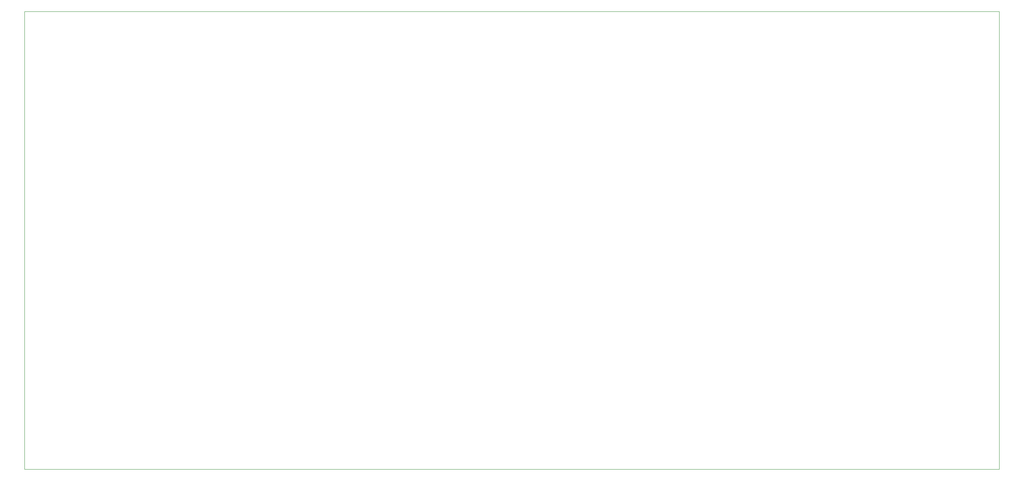
<source format=gbr>
%TF.SameCoordinates,Original*%
%TF.FileFunction,Profile,NP*%
%FSLAX46Y46*%
G04 Gerber Fmt 4.6, Leading zero omitted, Abs format (unit mm)*
G04 Created by KiCad (PCBNEW (7.0.0)) date 2023-11-17 04:08:32*
%MOMM*%
%LPD*%
G01*
G04 APERTURE LIST*
%TA.AperFunction,Profile*%
%ADD10C,0.100000*%
%TD*%
G04 APERTURE END LIST*
D10*
X43180000Y-40640000D02*
X259080000Y-40640000D01*
X259080000Y-40640000D02*
X259080000Y-142240000D01*
X259080000Y-142240000D02*
X43180000Y-142240000D01*
X43180000Y-142240000D02*
X43180000Y-40640000D01*
M02*

</source>
